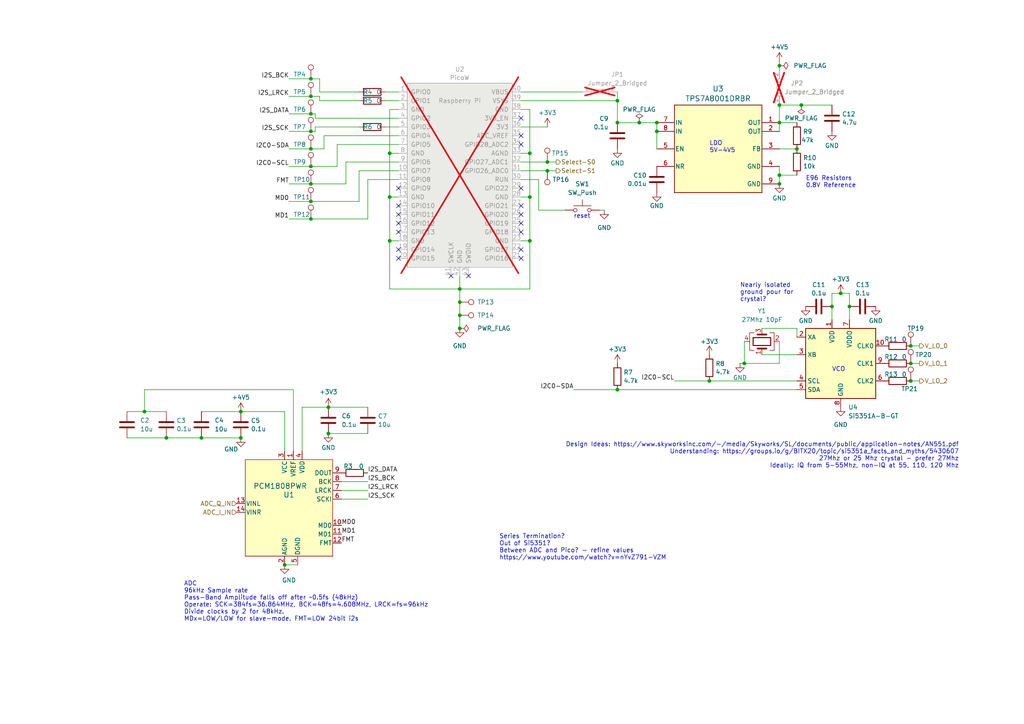
<source format=kicad_sch>
(kicad_sch (version 20230121) (generator eeschema)
  (paper "A4")
  (title_block (title "SDR Controller") (date "2024-02-20") (rev "0.3") (company "Walla Walla University") (comment 1 "Authors: Jaron Brown, Ethan Jansen") (comment 2 "Includes Pico, Si5351 VCO, LDO, and i2s ADC"))
  (lib_symbols
    (symbol "Connector:TestPoint" (pin_numbers hide) (pin_names (offset 0.762) hide)
      (property "Reference" "TP" (at 0 6.858 0))
      (property "Value" "TestPoint" (at 0 5.08 0))
      (symbol "TestPoint_0_1"
        (circle (center 0 3.302) (radius 0.762))
      )
      (symbol "TestPoint_1_1"
        (pin passive line (at 0 0 90) (length 2.54) (name "1") (number "1"))
      )
    )
    (symbol "Custom-Power:+4V5" (power) (pin_names (offset 0))
      (property "Value" "+4V5" (at 0 3.556 0))
      (symbol "+4V5_0_1"
        (polyline (pts (xy -0.762 1.27) (xy 0 2.54)))
        (polyline (pts (xy 0 0) (xy 0 2.54)))
        (polyline (pts (xy 0 2.54) (xy 0.762 1.27)))
      )
      (symbol "+4V5_1_1"
        (pin power_in line (at 0 0 90) (length 0) hide (name "+4V5") (number "1"))
      )
    )
    (symbol "Device:C" (pin_numbers hide) (pin_names (offset 0.254))
      (property "Reference" "C" (at 0.635 2.54 0))
      (property "Value" "C" (at 0.635 -2.54 0))
      (symbol "C_0_1"
        (polyline (pts (xy -2.032 -0.762) (xy 2.032 -0.762)) (stroke (width 0.508)))
        (polyline (pts (xy -2.032 0.762) (xy 2.032 0.762)) (stroke (width 0.508)))
      )
      (symbol "C_1_1"
        (pin passive line (at 0 3.81 270) (length 2.794) (name "~") (number "1"))
        (pin passive line (at 0 -3.81 90) (length 2.794) (name "~") (number "2"))
      )
    )
    (symbol "Device:Crystal_GND24" (pin_names (offset 1.016) hide)
      (property "Reference" "Y" (at 3.175 5.08 0))
      (property "Value" "Crystal_GND24" (at 3.175 3.175 0))
      (symbol "Crystal_GND24_0_1"
        (rectangle (start -1.143 2.54) (end 1.143 -2.54) (stroke (width 0.3048)))
        (polyline (pts (xy -2.54 0) (xy -2.032 0)))
        (polyline (pts (xy -2.032 -1.27) (xy -2.032 1.27)) (stroke (width 0.508)))
        (polyline (pts (xy 0 -3.81) (xy 0 -3.556)))
        (polyline (pts (xy 0 3.556) (xy 0 3.81)))
        (polyline (pts (xy 2.032 -1.27) (xy 2.032 1.27)) (stroke (width 0.508)))
        (polyline (pts (xy 2.032 0) (xy 2.54 0)))
        (polyline (pts (xy -2.54 -2.286) (xy -2.54 -3.556) (xy 2.54 -3.556) (xy 2.54 -2.286)))
        (polyline (pts (xy -2.54 2.286) (xy -2.54 3.556) (xy 2.54 3.556) (xy 2.54 2.286)))
      )
      (symbol "Crystal_GND24_1_1"
        (pin passive line (at -3.81 0 0) (length 1.27) (name "1") (number "1"))
        (pin passive line (at 0 5.08 270) (length 1.27) (name "2") (number "2"))
        (pin passive line (at 3.81 0 180) (length 1.27) (name "3") (number "3"))
        (pin passive line (at 0 -5.08 90) (length 1.27) (name "4") (number "4"))
      )
    )
    (symbol "Device:R" (pin_numbers hide) (pin_names (offset 0))
      (property "Reference" "R" (at 2.032 0 90))
      (property "Value" "R" (at 0 0 90))
      (symbol "R_0_1"
        (rectangle (start -1.016 -2.54) (end 1.016 2.54) (stroke (width 0.254)))
      )
      (symbol "R_1_1"
        (pin passive line (at 0 3.81 270) (length 1.27) (name "~") (number "1"))
        (pin passive line (at 0 -3.81 90) (length 1.27) (name "~") (number "2"))
      )
    )
    (symbol "Jumper:Jumper_2_Bridged" (pin_names (offset 0) hide)
      (property "Reference" "JP" (at 0 1.905 0))
      (property "Value" "Jumper_2_Bridged" (at 0 -2.54 0))
      (symbol "Jumper_2_Bridged_0_0"
        (circle (center -2.032 0) (radius 0.508))
        (circle (center 2.032 0) (radius 0.508))
      )
      (symbol "Jumper_2_Bridged_0_1"
        (arc (start 1.524 0.254) (mid 0 0.762) (end -1.524 0.254))
      )
      (symbol "Jumper_2_Bridged_1_1"
        (pin passive line (at -5.08 0 0) (length 2.54) (name "A") (number "1"))
        (pin passive line (at 5.08 0 180) (length 2.54) (name "B") (number "2"))
      )
    )
    (symbol "Oscillator:Si5351A-B-GT"
      (property "Reference" "U" (at -8.89 11.43 0))
      (property "Value" "Si5351A-B-GT" (at -12.7 -12.7 0))
      (symbol "Si5351A-B-GT_0_1"
        (rectangle (start -10.16 10.16) (end 10.16 -10.16) (stroke (width 0.254)) (fill (type background)))
      )
      (symbol "Si5351A-B-GT_1_1"
        (pin power_in line (at -2.54 12.7 270) (length 2.54) (name "VDD") (number "1"))
        (pin output line (at 12.7 5.08 180) (length 2.54) (name "CLK0") (number "10"))
        (pin input line (at -12.7 7.62 0) (length 2.54) (name "XA") (number "2"))
        (pin input line (at -12.7 2.54 0) (length 2.54) (name "XB") (number "3"))
        (pin input line (at -12.7 -5.08 0) (length 2.54) (name "SCL") (number "4"))
        (pin bidirectional line (at -12.7 -7.62 0) (length 2.54) (name "SDA") (number "5"))
        (pin output line (at 12.7 -5.08 180) (length 2.54) (name "CLK2") (number "6"))
        (pin power_in line (at 2.54 12.7 270) (length 2.54) (name "VDDO") (number "7"))
        (pin power_in line (at 0 -12.7 90) (length 2.54) (name "GND") (number "8"))
        (pin output line (at 12.7 0 180) (length 2.54) (name "CLK1") (number "9"))
      )
    )
    (symbol "RPi_Pico:PicoW" (pin_names (offset 1.016))
      (property "Reference" "U2" (at 0 30.6873 0))
      (property "Value" "PicoW" (at 0 28.2631 0))
      (symbol "PicoW_0_0"
        (text "Raspberry Pi" (at 0 21.59 0) (effects (font (size 1.27 1.27))))
      )
      (symbol "PicoW_0_1"
        (rectangle (start -15.24 26.67) (end 15.24 -26.67) (fill (type background)))
      )
      (symbol "PicoW_1_1"
        (pin bidirectional line (at -17.78 24.13 0) (length 2.54) (name "GPIO0") (number "1"))
        (pin bidirectional line (at -17.78 1.27 0) (length 2.54) (name "GPIO7") (number "10"))
        (pin bidirectional line (at -17.78 -1.27 0) (length 2.54) (name "GPIO8") (number "11"))
        (pin bidirectional line (at -17.78 -3.81 0) (length 2.54) (name "GPIO9") (number "12"))
        (pin power_in line (at -17.78 -6.35 0) (length 2.54) (name "GND") (number "13"))
        (pin bidirectional line (at -17.78 -8.89 0) (length 2.54) (name "GPIO10") (number "14"))
        (pin bidirectional line (at -17.78 -11.43 0) (length 2.54) (name "GPIO11") (number "15"))
        (pin bidirectional line (at -17.78 -13.97 0) (length 2.54) (name "GPIO12") (number "16"))
        (pin bidirectional line (at -17.78 -16.51 0) (length 2.54) (name "GPIO13") (number "17"))
        (pin power_in line (at -17.78 -19.05 0) (length 2.54) (name "GND") (number "18"))
        (pin bidirectional line (at -17.78 -21.59 0) (length 2.54) (name "GPIO14") (number "19"))
        (pin bidirectional line (at -17.78 21.59 0) (length 2.54) (name "GPIO1") (number "2"))
        (pin bidirectional line (at -17.78 -24.13 0) (length 2.54) (name "GPIO15") (number "20"))
        (pin bidirectional line (at 17.78 -24.13 180) (length 2.54) (name "GPIO16") (number "21"))
        (pin bidirectional line (at 17.78 -21.59 180) (length 2.54) (name "GPIO17") (number "22"))
        (pin power_in line (at 17.78 -19.05 180) (length 2.54) (name "GND") (number "23"))
        (pin bidirectional line (at 17.78 -16.51 180) (length 2.54) (name "GPIO18") (number "24"))
        (pin bidirectional line (at 17.78 -13.97 180) (length 2.54) (name "GPIO19") (number "25"))
        (pin bidirectional line (at 17.78 -11.43 180) (length 2.54) (name "GPIO20") (number "26"))
        (pin bidirectional line (at 17.78 -8.89 180) (length 2.54) (name "GPIO21") (number "27"))
        (pin power_in line (at 17.78 -6.35 180) (length 2.54) (name "GND") (number "28"))
        (pin bidirectional line (at 17.78 -3.81 180) (length 2.54) (name "GPIO22") (number "29"))
        (pin power_in line (at -17.78 19.05 0) (length 2.54) (name "GND") (number "3"))
        (pin input line (at 17.78 -1.27 180) (length 2.54) (name "RUN") (number "30"))
        (pin bidirectional line (at 17.78 1.27 180) (length 2.54) (name "GPIO26_ADC0") (number "31"))
        (pin bidirectional line (at 17.78 3.81 180) (length 2.54) (name "GPIO27_ADC1") (number "32"))
        (pin power_in line (at 17.78 6.35 180) (length 2.54) (name "AGND") (number "33"))
        (pin bidirectional line (at 17.78 8.89 180) (length 2.54) (name "GPIO28_ADC2") (number "34"))
        (pin input line (at 17.78 11.43 180) (length 2.54) (name "ADC_VREF") (number "35"))
        (pin power_out line (at 17.78 13.97 180) (length 2.54) (name "3V3") (number "36"))
        (pin input line (at 17.78 16.51 180) (length 2.54) (name "3V3_EN") (number "37"))
        (pin power_in line (at 17.78 19.05 180) (length 2.54) (name "GND") (number "38"))
        (pin power_in line (at 17.78 21.59 180) (length 2.54) (name "VSYS") (number "39"))
        (pin bidirectional line (at -17.78 16.51 0) (length 2.54) (name "GPIO2") (number "4"))
        (pin power_out line (at 17.78 24.13 180) (length 2.54) (name "VBUS") (number "40"))
        (pin input line (at -2.54 -29.21 90) (length 2.54) (name "SWCLK") (number "41"))
        (pin power_in line (at 0 -29.21 90) (length 2.54) (name "GND") (number "42"))
        (pin bidirectional line (at 2.54 -29.21 90) (length 2.54) (name "SWDIO") (number "43"))
        (pin bidirectional line (at -17.78 13.97 0) (length 2.54) (name "GPIO3") (number "5"))
        (pin bidirectional line (at -17.78 11.43 0) (length 2.54) (name "GPIO4") (number "6"))
        (pin bidirectional line (at -17.78 8.89 0) (length 2.54) (name "GPIO5") (number "7"))
        (pin power_in line (at -17.78 6.35 0) (length 2.54) (name "GND") (number "8"))
        (pin bidirectional line (at -17.78 3.81 0) (length 2.54) (name "GPIO6") (number "9"))
      )
    )
    (symbol "Switch:SW_Push" (pin_numbers hide) (pin_names (offset 1.016) hide)
      (property "Reference" "SW" (at 1.27 2.54 0))
      (property "Value" "SW_Push" (at 0 -1.524 0))
      (symbol "SW_Push_0_1"
        (circle (center -2.032 0) (radius 0.508))
        (polyline (pts (xy 0 1.27) (xy 0 3.048)))
        (polyline (pts (xy 2.54 1.27) (xy -2.54 1.27)))
        (circle (center 2.032 0) (radius 0.508))
        (pin passive line (at -5.08 0 0) (length 2.54) (name "1") (number "1"))
        (pin passive line (at 5.08 0 180) (length 2.54) (name "2") (number "2"))
      )
    )
    (symbol "TPS7A8001DRBR:TPS7A8001DRBR" (pin_names (offset 0.254))
      (property "Reference" "U3" (at 17.78 9.8118 0))
      (property "Value" "TPS7A8001DRBR" (at 17.78 6.979 0))
      (symbol "TPS7A8001DRBR_0_1"
        (polyline (pts (xy 5.08 -20.32) (xy 30.48 -20.32)) (stroke (width 0.2032)))
        (polyline (pts (xy 5.08 5.08) (xy 5.08 -20.32)) (stroke (width 0.2032)))
        (polyline (pts (xy 30.48 -20.32) (xy 30.48 5.08)) (stroke (width 0.2032)))
        (polyline (pts (xy 30.48 5.08) (xy 5.08 5.08)) (stroke (width 0.2032)))
        (pin power_in line (at 35.56 0 180) (length 5.08) (name "OUT") (number "1"))
        (pin power_in line (at 35.56 -2.54 180) (length 5.08) (name "OUT") (number "2"))
        (pin power_in line (at 35.56 -12.7 180) (length 5.08) (name "GND") (number "4"))
        (pin input line (at 0 -7.62 0) (length 5.08) (name "EN") (number "5"))
        (pin power_in line (at 0 0 0) (length 5.08) (name "IN") (number "7"))
        (pin power_in line (at 0 -2.54 0) (length 5.08) (name "IN") (number "8"))
        (pin power_in line (at 35.56 -17.78 180) (length 5.08) (name "GND") (number "9"))
      )
      (symbol "TPS7A8001DRBR_1_1"
        (rectangle (start 5.08 5.08) (end 30.48 -20.32) (fill (type background)))
        (pin input line (at 35.56 -7.62 180) (length 5.08) (name "FB") (number "3"))
        (pin passive line (at 0 -12.7 0) (length 5.08) (name "NR") (number "6"))
      )
    )
    (symbol "pcm1808:PCM1808PW" (pin_names (offset 0.254))
      (property "Reference" "U1" (at 20.32 -5.08 0))
      (property "Value" "PCM1808PWR" (at 17.78 -2.54 0))
      (symbol "PCM1808PW_0_1"
        (polyline (pts (xy 7.62 -22.86) (xy 33.02 -22.86)) (stroke (width 0.127)))
        (polyline (pts (xy 7.62 5.08) (xy 7.62 -22.86)) (stroke (width 0.127)))
        (polyline (pts (xy 33.02 -22.86) (xy 33.02 5.08)) (stroke (width 0.127)))
        (polyline (pts (xy 33.02 5.08) (xy 7.62 5.08)) (stroke (width 0.127)))
      )
      (symbol "PCM1808PW_1_1"
        (rectangle (start 7.62 5.08) (end 33.02 -22.86) (fill (type background)))
        (pin input line (at 21.59 7.62 270) (length 2.5) (name "VREF") (number "1"))
        (pin input line (at 35.56 -13.97 180) (length 2.5) (name "MD0") (number "10"))
        (pin input line (at 35.56 -16.51 180) (length 2.5) (name "MD1") (number "11"))
        (pin input line (at 35.56 -19.05 180) (length 2.5) (name "FMT") (number "12"))
        (pin input line (at 5.08 -7.62 0) (length 2.5) (name "VINL") (number "13"))
        (pin input line (at 5.08 -10.16 0) (length 2.5) (name "VINR") (number "14"))
        (pin power_in line (at 19.05 -25.4 90) (length 2.5) (name "AGND") (number "2"))
        (pin power_in line (at 19.05 7.62 270) (length 2.5) (name "VCC") (number "3"))
        (pin power_in line (at 24.13 7.62 270) (length 2.5) (name "VDD") (number "4"))
        (pin power_in line (at 22.86 -25.4 90) (length 2.5) (name "DGND") (number "5"))
        (pin input line (at 35.56 -6.35 180) (length 2.5) (name "SCKI") (number "6"))
        (pin bidirectional line (at 35.56 -3.81 180) (length 2.5) (name "LRCK") (number "7"))
        (pin bidirectional line (at 35.56 -1.27 180) (length 2.5) (name "BCK") (number "8"))
        (pin output line (at 35.56 1.27 180) (length 2.5) (name "DOUT") (number "9"))
      )
    )
    (symbol "power:+3V3" (power) (pin_names (offset 0))
      (property "Value" "+3V3" (at 0 3.556 0))
      (symbol "+3V3_0_1"
        (polyline (pts (xy -0.762 1.27) (xy 0 2.54)))
        (polyline (pts (xy 0 0) (xy 0 2.54)))
        (polyline (pts (xy 0 2.54) (xy 0.762 1.27)))
      )
      (symbol "+3V3_1_1"
        (pin power_in line (at 0 0 90) (length 0) hide (name "+3V3") (number "1"))
      )
    )
    (symbol "power:GND" (power) (pin_names (offset 0))
      (property "Value" "GND" (at 0 -3.81 0))
      (symbol "GND_0_1"
        (polyline (pts (xy 0 0) (xy 0 -1.27) (xy 1.27 -1.27) (xy 0 -2.54) (xy -1.27 -1.27) (xy 0 -1.27)))
      )
      (symbol "GND_1_1"
        (pin power_in line (at 0 0 270) (length 0) hide (name "GND") (number "1"))
      )
    )
    (symbol "power:PWR_FLAG" (power) (pin_numbers hide) (pin_names (offset 0) hide)
      (property "Value" "PWR_FLAG" (at 0 3.81 0))
      (symbol "PWR_FLAG_0_0"
        (pin power_out line (at 0 0 90) (length 0) (name "pwr") (number "1"))
      )
      (symbol "PWR_FLAG_0_1"
        (polyline (pts (xy 0 0) (xy 0 1.27) (xy -1.016 1.905) (xy 0 2.54) (xy 1.016 1.905) (xy 0 1.27)))
      )
    )
  )
  (junction (at 90.17 43.18))
  (junction (at 232.41 30.48))
  (junction (at 153.67 44.45))
  (junction (at 264.16 110.49))
  (junction (at 113.03 57.15))
  (junction (at 90.17 48.26))
  (junction (at 113.03 44.45))
  (junction (at 48.26 127))
  (junction (at 133.35 95.25))
  (junction (at 185.42 35.56))
  (junction (at 133.35 91.44))
  (junction (at 205.74 110.49))
  (junction (at 113.03 69.85))
  (junction (at 82.55 163.83))
  (junction (at 69.85 127))
  (junction (at 158.75 49.53))
  (junction (at 226.06 50.8))
  (junction (at 95.25 125.73))
  (junction (at 90.17 33.02))
  (junction (at 90.17 53.34))
  (junction (at 179.07 113.03))
  (junction (at 243.84 85.09))
  (junction (at 158.75 46.99))
  (junction (at 246.38 88.9))
  (junction (at 179.07 29.21))
  (junction (at 90.17 38.1))
  (junction (at 153.67 57.15))
  (junction (at 226.06 35.56))
  (junction (at 215.9 105.41))
  (junction (at 190.5 38.1))
  (junction (at 190.5 35.56))
  (junction (at 179.07 35.56))
  (junction (at 153.67 69.85))
  (junction (at 241.3 88.9))
  (junction (at 226.06 30.48))
  (junction (at 133.35 83.82))
  (junction (at 226.06 53.34))
  (junction (at 90.17 27.94))
  (junction (at 133.35 87.63))
  (junction (at 41.91 119.38))
  (junction (at 90.17 63.5))
  (junction (at 226.06 19.05))
  (junction (at 231.14 43.18))
  (junction (at 58.42 127))
  (junction (at 90.17 58.42))
  (junction (at 90.17 22.86))
  (junction (at 264.16 100.33))
  (junction (at 69.85 119.38))
  (junction (at 264.16 105.41))
  (junction (at 95.25 118.11))
  (no_connect (at 151.13 39.37))
  (no_connect (at 115.57 74.93))
  (no_connect (at 135.89 80.01))
  (no_connect (at 115.57 67.31))
  (no_connect (at 115.57 54.61))
  (no_connect (at 151.13 41.91))
  (no_connect (at 115.57 62.23))
  (no_connect (at 151.13 67.31))
  (no_connect (at 115.57 59.69))
  (no_connect (at 151.13 62.23))
  (no_connect (at 151.13 59.69))
  (no_connect (at 130.81 80.01))
  (no_connect (at 151.13 74.93))
  (no_connect (at 115.57 72.39))
  (no_connect (at 115.57 64.77))
  (no_connect (at 151.13 34.29))
  (no_connect (at 151.13 72.39))
  (no_connect (at 151.13 54.61))
  (no_connect (at 151.13 64.77))
  (wire (pts (xy 91.44 34.29) (xy 115.57 34.29)))
  (wire (pts (xy 91.44 33.02) (xy 91.44 34.29)))
  (wire (pts (xy 226.06 43.18) (xy 231.14 43.18)))
  (wire (pts (xy 226.06 48.26) (xy 226.06 50.8)))
  (wire (pts (xy 91.44 36.83) (xy 104.14 36.83)))
  (wire (pts (xy 99.06 144.78) (xy 106.68 144.78)))
  (wire (pts (xy 151.13 46.99) (xy 158.75 46.99)))
  (wire (pts (xy 226.06 30.48) (xy 232.41 30.48)))
  (wire (pts (xy 83.82 27.94) (xy 90.17 27.94)))
  (wire (pts (xy 85.09 113.03) (xy 85.09 130.81)))
  (wire (pts (xy 153.67 44.45) (xy 153.67 57.15)))
  (wire (pts (xy 36.83 119.38) (xy 41.91 119.38)))
  (wire (pts (xy 226.06 50.8) (xy 226.06 53.34)))
  (wire (pts (xy 151.13 36.83) (xy 158.75 36.83)))
  (wire (pts (xy 214.63 105.41) (xy 215.9 105.41)))
  (wire (pts (xy 205.74 110.49) (xy 231.14 110.49)))
  (wire (pts (xy 179.07 35.56) (xy 185.42 35.56)))
  (wire (pts (xy 90.17 53.34) (xy 100.33 53.34)))
  (wire (pts (xy 226.06 99.06) (xy 226.06 105.41)))
  (wire (pts (xy 179.07 113.03) (xy 231.14 113.03)))
  (wire (pts (xy 113.03 57.15) (xy 115.57 57.15)))
  (wire (pts (xy 153.67 31.75) (xy 153.67 44.45)))
  (wire (pts (xy 100.33 53.34) (xy 100.33 46.99)))
  (wire (pts (xy 97.79 41.91) (xy 115.57 41.91)))
  (wire (pts (xy 158.75 49.53) (xy 161.29 49.53)))
  (wire (pts (xy 215.9 99.06) (xy 215.9 105.41)))
  (wire (pts (xy 48.26 127) (xy 58.42 127)))
  (wire (pts (xy 99.06 139.7) (xy 106.68 139.7)))
  (wire (pts (xy 83.82 22.86) (xy 90.17 22.86)))
  (wire (pts (xy 106.68 63.5) (xy 106.68 52.07)))
  (wire (pts (xy 179.07 26.67) (xy 179.07 29.21)))
  (wire (pts (xy 220.98 102.87) (xy 231.14 102.87)))
  (wire (pts (xy 133.35 83.82) (xy 133.35 87.63)))
  (wire (pts (xy 113.03 57.15) (xy 113.03 69.85)))
  (wire (pts (xy 151.13 44.45) (xy 153.67 44.45)))
  (wire (pts (xy 151.13 52.07) (xy 156.21 52.07)))
  (wire (pts (xy 82.55 130.81) (xy 82.55 119.38)))
  (wire (pts (xy 100.33 46.99) (xy 115.57 46.99)))
  (wire (pts (xy 151.13 49.53) (xy 158.75 49.53)))
  (wire (pts (xy 90.17 43.18) (xy 93.98 43.18)))
  (wire (pts (xy 231.14 95.25) (xy 231.14 97.79)))
  (wire (pts (xy 104.14 49.53) (xy 115.57 49.53)))
  (wire (pts (xy 151.13 26.67) (xy 168.91 26.67)))
  (wire (pts (xy 111.76 29.21) (xy 115.57 29.21)))
  (wire (pts (xy 113.03 44.45) (xy 115.57 44.45)))
  (wire (pts (xy 232.41 30.48) (xy 241.3 30.48)))
  (wire (pts (xy 91.44 38.1) (xy 91.44 36.83)))
  (wire (pts (xy 41.91 119.38) (xy 48.26 119.38)))
  (wire (pts (xy 151.13 69.85) (xy 153.67 69.85)))
  (wire (pts (xy 90.17 38.1) (xy 91.44 38.1)))
  (wire (pts (xy 264.16 105.41) (xy 266.7 105.41)))
  (wire (pts (xy 106.68 52.07) (xy 115.57 52.07)))
  (wire (pts (xy 151.13 57.15) (xy 153.67 57.15)))
  (wire (pts (xy 87.63 118.11) (xy 87.63 130.81)))
  (wire (pts (xy 190.5 38.1) (xy 190.5 43.18)))
  (wire (pts (xy 104.14 58.42) (xy 104.14 49.53)))
  (wire (pts (xy 83.82 53.34) (xy 90.17 53.34)))
  (wire (pts (xy 226.06 35.56) (xy 226.06 38.1)))
  (wire (pts (xy 220.98 95.25) (xy 231.14 95.25)))
  (wire (pts (xy 153.67 69.85) (xy 153.67 83.82)))
  (wire (pts (xy 90.17 33.02) (xy 91.44 33.02)))
  (wire (pts (xy 156.21 60.96) (xy 163.83 60.96)))
  (wire (pts (xy 92.71 22.86) (xy 92.71 26.67)))
  (wire (pts (xy 83.82 38.1) (xy 90.17 38.1)))
  (wire (pts (xy 113.03 69.85) (xy 115.57 69.85)))
  (wire (pts (xy 87.63 118.11) (xy 95.25 118.11)))
  (wire (pts (xy 226.06 35.56) (xy 231.14 35.56)))
  (wire (pts (xy 113.03 83.82) (xy 133.35 83.82)))
  (wire (pts (xy 215.9 105.41) (xy 226.06 105.41)))
  (wire (pts (xy 41.91 113.03) (xy 41.91 119.38)))
  (wire (pts (xy 90.17 58.42) (xy 104.14 58.42)))
  (wire (pts (xy 226.06 50.8) (xy 231.14 50.8)))
  (wire (pts (xy 111.76 36.83) (xy 115.57 36.83)))
  (wire (pts (xy 241.3 88.9) (xy 241.3 85.09)))
  (wire (pts (xy 58.42 127) (xy 69.85 127)))
  (wire (pts (xy 264.16 100.33) (xy 266.7 100.33)))
  (wire (pts (xy 195.58 110.49) (xy 205.74 110.49)))
  (wire (pts (xy 246.38 88.9) (xy 246.38 85.09)))
  (wire (pts (xy 153.67 57.15) (xy 153.67 69.85)))
  (wire (pts (xy 83.82 43.18) (xy 90.17 43.18)))
  (wire (pts (xy 241.3 92.71) (xy 241.3 88.9)))
  (wire (pts (xy 246.38 92.71) (xy 246.38 88.9)))
  (wire (pts (xy 93.98 43.18) (xy 93.98 39.37)))
  (wire (pts (xy 36.83 127) (xy 48.26 127)))
  (wire (pts (xy 179.07 29.21) (xy 179.07 35.56)))
  (wire (pts (xy 226.06 19.05) (xy 226.06 20.32)))
  (wire (pts (xy 92.71 29.21) (xy 104.14 29.21)))
  (wire (pts (xy 243.84 85.09) (xy 246.38 85.09)))
  (wire (pts (xy 190.5 35.56) (xy 190.5 38.1)))
  (wire (pts (xy 158.75 46.99) (xy 161.29 46.99)))
  (wire (pts (xy 95.25 118.11) (xy 106.68 118.11)))
  (wire (pts (xy 41.91 113.03) (xy 85.09 113.03)))
  (wire (pts (xy 93.98 39.37) (xy 115.57 39.37)))
  (wire (pts (xy 133.35 91.44) (xy 133.35 95.25)))
  (wire (pts (xy 83.82 48.26) (xy 90.17 48.26)))
  (wire (pts (xy 83.82 33.02) (xy 90.17 33.02)))
  (wire (pts (xy 90.17 22.86) (xy 92.71 22.86)))
  (wire (pts (xy 92.71 27.94) (xy 92.71 29.21)))
  (wire (pts (xy 90.17 27.94) (xy 92.71 27.94)))
  (wire (pts (xy 99.06 142.24) (xy 106.68 142.24)))
  (wire (pts (xy 185.42 35.56) (xy 190.5 35.56)))
  (wire (pts (xy 175.26 60.96) (xy 173.99 60.96)))
  (wire (pts (xy 264.16 110.49) (xy 266.7 110.49)))
  (wire (pts (xy 226.06 17.78) (xy 226.06 19.05)))
  (wire (pts (xy 151.13 31.75) (xy 153.67 31.75)))
  (wire (pts (xy 83.82 63.5) (xy 90.17 63.5)))
  (wire (pts (xy 111.76 26.67) (xy 115.57 26.67)))
  (wire (pts (xy 82.55 119.38) (xy 69.85 119.38)))
  (wire (pts (xy 95.25 125.73) (xy 106.68 125.73)))
  (wire (pts (xy 133.35 87.63) (xy 133.35 91.44)))
  (wire (pts (xy 90.17 63.5) (xy 106.68 63.5)))
  (wire (pts (xy 113.03 44.45) (xy 113.03 57.15)))
  (wire (pts (xy 90.17 48.26) (xy 97.79 48.26)))
  (wire (pts (xy 113.03 31.75) (xy 113.03 44.45)))
  (wire (pts (xy 153.67 83.82) (xy 133.35 83.82)))
  (wire (pts (xy 241.3 85.09) (xy 243.84 85.09)))
  (wire (pts (xy 58.42 119.38) (xy 69.85 119.38)))
  (wire (pts (xy 82.55 163.83) (xy 86.36 163.83)))
  (wire (pts (xy 226.06 30.48) (xy 226.06 35.56)))
  (wire (pts (xy 92.71 26.67) (xy 104.14 26.67)))
  (wire (pts (xy 113.03 69.85) (xy 113.03 83.82)))
  (wire (pts (xy 115.57 31.75) (xy 113.03 31.75)))
  (wire (pts (xy 97.79 48.26) (xy 97.79 41.91)))
  (wire (pts (xy 156.21 52.07) (xy 156.21 60.96)))
  (wire (pts (xy 133.35 80.01) (xy 133.35 83.82)))
  (wire (pts (xy 151.13 29.21) (xy 179.07 29.21)))
  (wire (pts (xy 83.82 58.42) (xy 90.17 58.42)))
  (wire (pts (xy 166.37 113.03) (xy 179.07 113.03)))
  (text "Nearly isolated\nground pour for\ncrystal?" (at 214.63 87.63 0) (effects (font (size 1.27 1.27)) (justify left bottom)))
  (text "LDO\n5V-4V5" (at 205.74 44.45 0) (effects (font (size 1.27 1.27)) (justify left bottom)))
  (text "Series Termination?\nOut of Si5351?\nBetween ADC and Pico? - refine values\nhttps://www.youtube.com/watch?v=nYvZ791-VZM" (at 144.78 162.56 0) (effects (font (size 1.27 1.27)) (justify left bottom)))
  (text "Design Ideas: https://www.skyworksinc.com/-/media/Skyworks/SL/documents/public/application-notes/AN551.pdf\nUnderstanding: https://groups.io/g/BITX20/topic/si5351a_facts_and_myths/5430607\n27Mhz or 25 Mhz crystal - prefer 27Mhz\nIdeally: IQ from 5-55Mhz, non-IQ at 55, 110, 120 Mhz" (at 278.13 135.89 0) (effects (font (size 1.27 1.27)) (justify right bottom)))
  (text "reset" (at 166.37 63.5 0) (effects (font (size 1.27 1.27)) (justify left bottom)))
  (text "ADC\n96kHz Sample rate\nPass-Band Amplitude falls off after ~0.5fs (48kHz)\nOperate: SCK=384fs=36.864MHz, BCK=48fs=4.608MHz, LRCK=fs=96kHz\nDivide clocks by 2 for 48kHz.\nMDx=LOW/LOW for slave-mode. FMT=LOW 24bit i2s" (at 53.34 180.34 0) (effects (font (size 1.27 1.27)) (justify left bottom)))
  (text "VCO\n" (at 241.3 107.95 0) (effects (font (size 1.27 1.27)) (justify left bottom)))
  (text "E96 Resistors\n0.8V Reference" (at 233.68 54.61 0) (effects (font (size 1.27 1.27)) (justify left bottom)))
  (label "I2S_SCK" (at 106.68 144.78 0))
  (label "I2S_BCK" (at 106.68 139.7 0))
  (label "I2S_BCK" (at 83.82 22.86 180))
  (label "FMT" (at 83.82 53.34 180))
  (label "I2S_DATA" (at 106.68 137.16 0))
  (label "I2S_LRCK" (at 83.82 27.94 180))
  (label "I2S_SCK" (at 83.82 38.1 180))
  (label "I2C0-SCL" (at 83.82 48.26 180))
  (label "MD0" (at 99.06 152.4 0))
  (label "I2S_LRCK" (at 106.68 142.24 0))
  (label "I2C0-SDA" (at 83.82 43.18 180))
  (label "MD1" (at 83.82 63.5 180))
  (label "MD0" (at 83.82 58.42 180))
  (label "I2S_DATA" (at 83.82 33.02 180))
  (label "I2C0-SDA" (at 166.37 113.03 180))
  (label "MD1" (at 99.06 154.94 0))
  (label "FMT" (at 99.06 157.48 0))
  (label "I2C0-SCL" (at 195.58 110.49 180))
  (hierarchical_label "Select-S1" (shape output) (at 161.29 49.53 0))
  (hierarchical_label "ADC_I_IN" (shape input) (at 68.58 148.59 180))
  (hierarchical_label "V_LO_1" (shape output) (at 266.7 105.41 0))
  (hierarchical_label "V_LO_2" (shape output) (at 266.7 110.49 0))
  (hierarchical_label "ADC_Q_IN" (shape input) (at 68.58 146.05 180))
  (hierarchical_label "V_LO_0" (shape output) (at 266.7 100.33 0))
  (hierarchical_label "Select-S0" (shape output) (at 161.29 46.99 0))
  (symbol (lib_id "Device:C") (at 36.83 123.19 0) (unit 1)
    (property "Reference" "C2" (at 40.64 121.92 0) (effects (justify left)))
    (property "Value" "10u" (at 40.64 124.46 0) (effects (justify left)))
    (property "Footprint" "Capacitor_SMD:C_0805_2012Metric" (effects hide))
    (property "Comment" "10%, Ideally Electrolytic for ADC, but JLCPCB doesn't have" (effects hide))
    (property "LCSC" "C15850" (effects hide))
  )
  (symbol (lib_id "Connector:TestPoint") (at 133.35 91.44 270) (unit 1)
    (property "Reference" "TP14" (at 138.43 91.44 90) (effects (justify left)))
    (property "Value" "TestPoint" (effects hide))
    (property "Footprint" "TestPoint:TestPoint_THTPad_D1.0mm_Drill0.5mm" (effects hide))
  )
  (symbol (lib_id "Connector:TestPoint") (at 90.17 43.18 0) (unit 1)
    (property "Reference" "TP8" (at 85.09 41.91 0) (effects (justify left)))
    (property "Value" "TestPoint" (effects hide))
    (property "Footprint" "TestPoint:TestPoint_THTPad_D1.0mm_Drill0.5mm" (effects hide))
  )
  (symbol (lib_id "power:+3V3") (at 179.07 105.41 0) (unit 1)
    (property "Reference" "#PWR014" (effects hide))
    (property "Value" "+3V3" (at 179.07 101.2769 0))
  )
  (symbol (lib_id "Connector:TestPoint") (at 133.35 87.63 270) (unit 1)
    (property "Reference" "TP13" (at 138.43 87.63 90) (effects (justify left)))
    (property "Value" "TestPoint" (effects hide))
    (property "Footprint" "TestPoint:TestPoint_THTPad_D1.0mm_Drill0.5mm" (effects hide))
  )
  (symbol (lib_id "power:PWR_FLAG") (at 185.42 35.56 0) (unit 1)
    (property "Reference" "#FLG03" (effects hide))
    (property "Value" "PWR_FLAG" (at 185.42 31.75 0))
  )
  (symbol (lib_id "Device:C") (at 241.3 34.29 0) (unit 1)
    (property "Reference" "C12" (at 244.221 33.0779 0) (effects (justify left)))
    (property "Value" "4.7u" (at 244.221 35.5021 0) (effects (justify left)))
    (property "Footprint" "Capacitor_SMD:C_0603_1608Metric" (effects hide))
    (property "Comment" "10%" (effects hide))
    (property "LCSC" "C19666" (effects hide))
  )
  (symbol (lib_id "power:GND") (at 241.3 38.1 0) (unit 1)
    (property "Reference" "#PWR021" (effects hide))
    (property "Value" "GND" (at 241.3 42.2331 0))
  )
  (symbol (lib_id "Connector:TestPoint") (at 90.17 63.5 0) (unit 1)
    (property "Reference" "TP12" (at 85.09 62.23 0) (effects (justify left)))
    (property "Value" "TestPoint" (effects hide))
    (property "Footprint" "TestPoint:TestPoint_THTPad_D1.0mm_Drill0.5mm" (effects hide))
  )
  (symbol (lib_id "pcm1808:PCM1808PW") (at 63.5 138.43 0) (unit 1)
    (property "Reference" "U1" (at 83.82 143.51 0) (effects (font (size 1.524 1.524))))
    (property "Value" "PCM1808PWR" (at 81.28 140.97 0) (effects (font (size 1.524 1.524))))
    (property "Footprint" "PCM1808:PW14" (effects hide))
    (property "Datasheet" "https://www.ti.com/lit/ds/symlink/pcm1808.pdf" (effects hide))
    (property "LCSC" "C55513" (effects hide))
  )
  (symbol (lib_id "Connector:TestPoint") (at 264.16 100.33 0) (unit 1)
    (property "Reference" "TP19" (at 263.144 95.25 0) (effects (justify left)))
    (property "Value" "TestPoint" (effects hide))
    (property "Footprint" "TestPoint:TestPoint_THTPad_D1.0mm_Drill0.5mm" (effects hide))
  )
  (symbol (lib_id "power:PWR_FLAG") (at 226.06 19.05 270) (unit 1)
    (property "Reference" "#FLG04" (effects hide))
    (property "Value" "PWR_FLAG" (at 234.95 19.05 90))
  )
  (symbol (lib_id "Device:R") (at 107.95 36.83 270) (mirror x) (unit 1)
    (property "Reference" "R6" (at 106.68 36.83 90))
    (property "Value" "0" (at 109.855 36.83 90))
    (property "Footprint" "Resistor_SMD:R_0805_2012Metric" (effects hide))
    (property "LCSC" "C17477" (effects hide))
  )
  (symbol (lib_id "power:GND") (at 95.25 125.73 0) (unit 1)
    (property "Reference" "#PWR09" (effects hide))
    (property "Value" "GND" (at 95.25 129.8631 0))
  )
  (symbol (lib_id "power:GND") (at 133.35 95.25 0) (unit 1)
    (property "Reference" "#PWR010" (effects hide))
    (property "Value" "GND" (at 133.35 100.33 0))
  )
  (symbol (lib_id "power:PWR_FLAG") (at 133.35 95.25 270) (unit 1)
    (property "Reference" "#FLG02" (effects hide))
    (property "Value" "PWR_FLAG" (at 138.43 95.25 90) (effects (justify left)))
  )
  (symbol (lib_id "Device:C") (at 190.5 52.07 0) (mirror y) (unit 1)
    (property "Reference" "C10" (at 187.579 50.8579 0) (effects (justify left)))
    (property "Value" "0.01u" (at 187.579 53.2821 0) (effects (justify left)))
    (property "Footprint" "Capacitor_SMD:C_0603_1608Metric" (effects hide))
    (property "Comment" "10%" (effects hide))
    (property "LCSC" "C57112" (effects hide))
  )
  (symbol (lib_id "Device:R") (at 179.07 109.22 0) (unit 1)
    (property "Reference" "R7" (at 180.848 108.0079 0) (effects (justify left)))
    (property "Value" "4.7k" (at 180.848 110.4321 0) (effects (justify left)))
    (property "Footprint" "Resistor_SMD:R_0805_2012Metric" (effects hide))
    (property "LCSC" "C17673" (effects hide))
  )
  (symbol (lib_id "Custom-Power:+4V5") (at 69.85 119.38 0) (unit 1)
    (property "Reference" "#PWR05" (effects hide))
    (property "Value" "+4V5" (at 69.85 115.2469 0))
  )
  (symbol (lib_id "Connector:TestPoint") (at 90.17 48.26 0) (unit 1)
    (property "Reference" "TP9" (at 85.09 46.99 0) (effects (justify left)))
    (property "Value" "TestPoint" (effects hide))
    (property "Footprint" "TestPoint:TestPoint_THTPad_D1.0mm_Drill0.5mm" (effects hide))
  )
  (symbol (lib_id "Connector:TestPoint") (at 158.75 46.99 0) (unit 1)
    (property "Reference" "TP15" (at 160.02 44.45 0) (effects (justify left)))
    (property "Value" "TestPoint" (effects hide))
    (property "Footprint" "TestPoint:TestPoint_THTPad_D1.0mm_Drill0.5mm" (effects hide))
  )
  (symbol (lib_id "Device:C") (at 237.49 88.9 90) (unit 1)
    (property "Reference" "C11" (at 237.49 82.5967 90))
    (property "Value" "0.1u" (at 237.49 85.0209 90))
    (property "Footprint" "Capacitor_SMD:C_0805_2012Metric" (effects hide))
    (property "Comment" "10%" (effects hide))
    (property "LCSC" "C49678" (effects hide))
  )
  (symbol (lib_id "Device:R") (at 260.35 110.49 270) (mirror x) (unit 1)
    (property "Reference" "R13" (at 258.445 108.585 90))
    (property "Value" "0" (at 262.255 108.585 90))
    (property "Footprint" "Resistor_SMD:R_0805_2012Metric" (effects hide))
    (property "LCSC" "C17477" (effects hide))
  )
  (symbol (lib_id "Device:R") (at 107.95 29.21 270) (mirror x) (unit 1)
    (property "Reference" "R5" (at 106.68 29.21 90))
    (property "Value" "0" (at 109.855 29.21 90))
    (property "Footprint" "Resistor_SMD:R_0805_2012Metric" (effects hide))
    (property "LCSC" "C17477" (effects hide))
  )
  (symbol (lib_id "Connector:TestPoint") (at 90.17 58.42 0) (unit 1)
    (property "Reference" "TP11" (at 85.09 57.15 0) (effects (justify left)))
    (property "Value" "TestPoint" (effects hide))
    (property "Footprint" "TestPoint:TestPoint_THTPad_D1.0mm_Drill0.5mm" (effects hide))
  )
  (symbol (lib_id "Connector:TestPoint") (at 90.17 53.34 0) (unit 1)
    (property "Reference" "TP10" (at 85.09 52.07 0) (effects (justify left)))
    (property "Value" "TestPoint" (effects hide))
    (property "Footprint" "TestPoint:TestPoint_THTPad_D1.0mm_Drill0.5mm" (effects hide))
  )
  (symbol (lib_id "power:+3V3") (at 205.74 102.87 0) (unit 1)
    (property "Reference" "#PWR016" (effects hide))
    (property "Value" "+3V3" (at 205.74 99.06 0))
  )
  (symbol (lib_id "power:GND") (at 190.5 55.88 0) (unit 1)
    (property "Reference" "#PWR015" (effects hide))
    (property "Value" "GND" (at 190.5 59.69 0))
  )
  (symbol (lib_id "Device:R") (at 231.14 46.99 0) (unit 1)
    (property "Reference" "R10" (at 232.918 45.7779 0) (effects (justify left)))
    (property "Value" "10k" (at 232.918 48.2021 0) (effects (justify left)))
    (property "Footprint" "Resistor_SMD:R_0805_2012Metric" (effects hide))
    (property "LCSC" "C17414" (effects hide))
  )
  (symbol (lib_id "Device:R") (at 231.14 39.37 0) (unit 1)
    (property "Reference" "R9" (at 232.918 38.1579 0) (effects (justify left)))
    (property "Value" "47k" (at 232.41 40.64 0) (effects (justify left)))
    (property "Footprint" "Resistor_SMD:R_0805_2012Metric" (effects hide))
    (property "LCSC" "C17713" (effects hide))
  )
  (symbol (lib_id "Connector:TestPoint") (at 90.17 38.1 0) (unit 1)
    (property "Reference" "TP7" (at 85.09 36.83 0) (effects (justify left)))
    (property "Value" "TestPoint" (effects hide))
    (property "Footprint" "TestPoint:TestPoint_THTPad_D1.0mm_Drill0.5mm" (effects hide))
  )
  (symbol (lib_id "Connector:TestPoint") (at 90.17 33.02 0) (unit 1)
    (property "Reference" "TP6" (at 85.09 31.75 0) (effects (justify left)))
    (property "Value" "TestPoint" (effects hide))
    (property "Footprint" "TestPoint:TestPoint_THTPad_D1.0mm_Drill0.5mm" (effects hide))
  )
  (symbol (lib_id "power:+3V3") (at 95.25 118.11 0) (unit 1)
    (property "Reference" "#PWR08" (effects hide))
    (property "Value" "+3V3" (at 95.25 113.665 0))
  )
  (symbol (lib_id "power:GND") (at 214.63 105.41 0) (unit 1)
    (property "Reference" "#PWR017" (effects hide))
    (property "Value" "GND" (at 214.63 109.5431 0))
  )
  (symbol (lib_id "power:GND") (at 233.68 88.9 0) (unit 1)
    (property "Reference" "#PWR020" (effects hide))
    (property "Value" "GND" (at 233.68 93.0331 0))
  )
  (symbol (lib_id "Switch:SW_Push") (at 168.91 60.96 0) (unit 1)
    (property "Reference" "SW1" (at 168.91 53.34 0))
    (property "Value" "SW_Push" (at 168.91 55.88 0))
    (property "Footprint" "Button_Switch_SMD:SW_Push_1P1T_XKB_TS-1187A" (effects hide))
    (property "Datasheet" "https://jlcpcb.com/partdetail/XkbConnectivity-TS_1187A_B_AB/C318884" (effects hide))
    (property "LCSC" "C318884" (effects hide))
  )
  (symbol (lib_id "power:GND") (at 82.55 163.83 0) (unit 1)
    (property "Reference" "#PWR07" (effects hide))
    (property "Value" "GND" (at 83.82 168.275 0))
  )
  (symbol (lib_id "power:GND") (at 243.84 118.11 0) (unit 1)
    (property "Reference" "#PWR023" (effects hide))
    (property "Value" "GND" (at 243.84 123.19 0))
  )
  (symbol (lib_id "Device:R") (at 205.74 106.68 0) (unit 1)
    (property "Reference" "R8" (at 207.518 105.4679 0) (effects (justify left)))
    (property "Value" "4.7k" (at 207.518 107.8921 0) (effects (justify left)))
    (property "Footprint" "Resistor_SMD:R_0805_2012Metric" (effects hide))
    (property "LCSC" "C17673" (effects hide))
  )
  (symbol (lib_id "power:PWR_FLAG") (at 232.41 30.48 180) (unit 1)
    (property "Reference" "#FLG05" (effects hide))
    (property "Value" "PWR_FLAG" (at 232.41 34.29 0))
  )
  (symbol (lib_id "Device:Crystal_GND24") (at 220.98 99.06 270) (mirror x) (unit 1)
    (property "Reference" "Y1" (at 220.98 90.17 90))
    (property "Value" "27Mhz 10pF" (at 220.98 92.71 90))
    (property "Footprint" "Crystal:Crystal_SMD_3225-4Pin_3.2x2.5mm" (effects hide))
    (property "Datasheet" "https://image.seapx.com/mall/yangxin/3/20231030/YSX321SL-687795.pdf" (effects hide))
    (property "LCSC" "C5210645" (effects hide))
  )
  (symbol (lib_id "RPi_Pico:PicoW") (at 133.35 50.8 0) (unit 1) (dnp yes)
    (property "Reference" "U2" (at 133.35 20.1127 0))
    (property "Value" "PicoW" (at 133.35 22.5369 0))
    (property "Footprint" "RPi_Pico:RPi_PicoW_SMD_TH" (effects hide))
    (property "Comment" "Already have" (effects hide))
  )
  (symbol (lib_id "power:GND") (at 69.85 127 0) (unit 1)
    (property "Reference" "#PWR06" (effects hide))
    (property "Value" "GND" (at 67.056 130.302 0))
  )
  (symbol (lib_id "power:GND") (at 254 88.9 0) (unit 1)
    (property "Reference" "#PWR024" (effects hide))
    (property "Value" "GND" (at 254 93.0331 0))
  )
  (symbol (lib_id "Device:C") (at 69.85 123.19 0) (unit 1)
    (property "Reference" "C5" (at 72.771 121.9779 0) (effects (justify left)))
    (property "Value" "0.1u" (at 72.771 124.4021 0) (effects (justify left)))
    (property "Footprint" "Capacitor_SMD:C_0805_2012Metric" (effects hide))
    (property "Comment" "10%" (effects hide))
    (property "LCSC" "C49678" (effects hide))
  )
  (symbol (lib_id "Jumper:Jumper_2_Bridged") (at 226.06 25.4 90) (unit 1) (dnp yes)
    (property "Reference" "JP2" (at 231.14 24.13 90))
    (property "Value" "Jumper_2_Bridged" (at 236.22 26.67 90))
    (property "Footprint" "Connector_PinHeader_2.54mm:PinHeader_1x02_P2.54mm_Vertical" (effects hide))
  )
  (symbol (lib_id "TPS7A8001DRBR:TPS7A8001DRBR") (at 190.5 35.56 0) (unit 1)
    (property "Reference" "U3" (at 208.28 25.7482 0) (effects (font (size 1.524 1.524))))
    (property "Value" "TPS7A8001DRBR" (at 208.28 28.581 0) (effects (font (size 1.524 1.524))))
    (property "Footprint" "TPS7A8001DRBR:DRB0008A-MFG" (effects hide))
    (property "Datasheet" "https://www.ti.com/lit/ds/symlink/tps7a80.pdf?ts=1706457617457" (effects hide))
    (property "LCSC" "C105265" (effects hide))
  )
  (symbol (lib_id "power:GND") (at 226.06 53.34 0) (unit 1)
    (property "Reference" "#PWR019" (effects hide))
    (property "Value" "GND" (at 226.06 57.4731 0))
  )
  (symbol (lib_id "Device:C") (at 48.26 123.19 0) (unit 1)
    (property "Reference" "C3" (at 51.181 121.9779 0) (effects (justify left)))
    (property "Value" "0.1u" (at 51.181 124.4021 0) (effects (justify left)))
    (property "Footprint" "Capacitor_SMD:C_0805_2012Metric" (effects hide))
    (property "Comment" "10%" (effects hide))
    (property "LCSC" "C49678" (effects hide))
  )
  (symbol (lib_id "Device:C") (at 95.25 121.92 0) (unit 1)
    (property "Reference" "C6" (at 99.06 120.65 0) (effects (justify left)))
    (property "Value" "0.1u" (at 99.06 123.19 0) (effects (justify left)))
    (property "Footprint" "Capacitor_SMD:C_0805_2012Metric" (effects hide))
    (property "Comment" "10%" (effects hide))
    (property "LCSC" "C49678" (effects hide))
  )
  (symbol (lib_id "Custom-Power:+4V5") (at 226.06 17.78 0) (unit 1)
    (property "Reference" "#PWR018" (effects hide))
    (property "Value" "+4V5" (at 226.06 13.6469 0))
  )
  (symbol (lib_id "Connector:TestPoint") (at 90.17 22.86 0) (unit 1)
    (property "Reference" "TP4" (at 85.09 21.59 0) (effects (justify left)))
    (property "Value" "TestPoint" (effects hide))
    (property "Footprint" "TestPoint:TestPoint_THTPad_D1.0mm_Drill0.5mm" (effects hide))
  )
  (symbol (lib_id "Oscillator:Si5351A-B-GT") (at 243.84 105.41 0) (unit 1)
    (property "Reference" "U4" (at 246.0341 118.11 0) (effects (justify left)))
    (property "Value" "Si5351A-B-GT" (at 246.0341 120.65 0) (effects (justify left)))
    (property "Footprint" "Package_SO:MSOP-10_3x3mm_P0.5mm" (effects hide))
    (property "Datasheet" "https://www.silabs.com/documents/public/data-sheets/Si5351-B.pdf" (effects hide))
    (property "LCSC" "C5451727" (effects hide))
    (property "i2c Address" "0x60" (effects hide))
  )
  (symbol (lib_id "Connector:TestPoint") (at 90.17 27.94 0) (unit 1)
    (property "Reference" "TP5" (at 85.09 26.67 0) (effects (justify left)))
    (property "Value" "TestPoint" (effects hide))
    (property "Footprint" "TestPoint:TestPoint_THTPad_D1.0mm_Drill0.5mm" (effects hide))
  )
  (symbol (lib_id "Device:C") (at 58.42 123.19 0) (unit 1)
    (property "Reference" "C4" (at 62.23 121.92 0) (effects (justify left)))
    (property "Value" "10u" (at 62.23 124.46 0) (effects (justify left)))
    (property "Footprint" "Capacitor_SMD:C_0805_2012Metric" (effects hide))
    (property "Comment" "10%, Ideally Electrolytic for ADC, but JLCPCB doesn't have" (effects hide))
    (property "LCSC" "C15850" (effects hide))
  )
  (symbol (lib_id "Device:C") (at 106.68 121.92 0) (unit 1)
    (property "Reference" "C7" (at 109.601 120.7079 0) (effects (justify left)))
    (property "Value" "10u" (at 109.601 123.1321 0) (effects (justify left)))
    (property "Footprint" "Capacitor_SMD:C_0805_2012Metric" (effects hide))
    (property "Comment" "10%, Ideally Electrolytic for ADC, but JLCPCB doesn't have" (effects hide))
    (property "LCSC" "C15850" (effects hide))
  )
  (symbol (lib_id "Jumper:Jumper_2_Bridged") (at 173.99 26.67 0) (unit 1) (dnp yes)
    (property "Reference" "JP1" (at 179.07 21.59 0))
    (property "Value" "Jumper_2_Bridged" (at 179.07 24.13 0))
    (property "Footprint" "Connector_PinHeader_2.54mm:PinHeader_1x02_P2.54mm_Vertical" (effects hide))
  )
  (symbol (lib_id "Device:R") (at 107.95 26.67 270) (mirror x) (unit 1)
    (property "Reference" "R4" (at 106.68 26.67 90))
    (property "Value" "0" (at 109.855 26.67 90))
    (property "Footprint" "Resistor_SMD:R_0805_2012Metric" (effects hide))
    (property "LCSC" "C17477" (effects hide))
  )
  (symbol (lib_id "Device:R") (at 260.35 105.41 270) (mirror x) (unit 1)
    (property "Reference" "R12" (at 258.445 103.505 90))
    (property "Value" "0" (at 262.255 103.505 90))
    (property "Footprint" "Resistor_SMD:R_0805_2012Metric" (effects hide))
    (property "LCSC" "C17477" (effects hide))
  )
  (symbol (lib_id "Device:C") (at 179.07 39.37 0) (unit 1)
    (property "Reference" "C9" (at 176.53 34.4058 0) (effects (justify right)))
    (property "Value" "0.1u" (at 176.53 36.83 0) (effects (justify right)))
    (property "Footprint" "Capacitor_SMD:C_0805_2012Metric" (effects hide))
    (property "Comment" "10%" (effects hide))
    (property "LCSC" "C49678" (effects hide))
  )
  (symbol (lib_id "power:GND") (at 179.07 43.18 0) (unit 1)
    (property "Reference" "#PWR013" (effects hide))
    (property "Value" "GND" (at 179.07 47.3131 0))
  )
  (symbol (lib_id "power:+3V3") (at 158.75 36.83 0) (unit 1)
    (property "Reference" "#PWR011" (effects hide))
    (property "Value" "+3V3" (at 158.75 32.6969 0))
  )
  (symbol (lib_id "Connector:TestPoint") (at 158.75 49.53 180) (unit 1)
    (property "Reference" "TP16" (at 165.1 52.07 0) (effects (justify left)))
    (property "Value" "TestPoint" (effects hide))
    (property "Footprint" "TestPoint:TestPoint_THTPad_D1.0mm_Drill0.5mm" (effects hide))
  )
  (symbol (lib_id "Device:R") (at 102.87 137.16 90) (unit 1)
    (property "Reference" "R3" (at 100.965 135.255 90))
    (property "Value" "0" (at 104.775 135.255 90))
    (property "Footprint" "Resistor_SMD:R_0805_2012Metric" (effects hide))
    (property "LCSC" "C17477" (effects hide))
  )
  (symbol (lib_id "power:GND") (at 175.26 60.96 0) (unit 1)
    (property "Reference" "#PWR012" (effects hide))
    (property "Value" "GND" (at 175.26 66.04 0))
  )
  (symbol (lib_id "power:+3V3") (at 243.84 85.09 0) (unit 1)
    (property "Reference" "#PWR022" (effects hide))
    (property "Value" "+3V3" (at 243.84 80.9569 0))
  )
  (symbol (lib_id "Connector:TestPoint") (at 264.16 105.41 0) (unit 1)
    (property "Reference" "TP20" (at 265.43 102.87 0) (effects (justify left)))
    (property "Value" "TestPoint" (effects hide))
    (property "Footprint" "TestPoint:TestPoint_THTPad_D1.0mm_Drill0.5mm" (effects hide))
  )
  (symbol (lib_id "Connector:TestPoint") (at 264.16 110.49 0) (unit 1)
    (property "Reference" "TP21" (at 261.366 112.776 0) (effects (justify left)))
    (property "Value" "TestPoint" (effects hide))
    (property "Footprint" "TestPoint:TestPoint_THTPad_D1.0mm_Drill0.5mm" (effects hide))
  )
  (symbol (lib_id "Device:R") (at 260.35 100.33 270) (mirror x) (unit 1)
    (property "Reference" "R11" (at 258.445 98.425 90))
    (property "Value" "0" (at 262.255 98.425 90))
    (property "Footprint" "Resistor_SMD:R_0805_2012Metric" (effects hide))
    (property "LCSC" "C17477" (effects hide))
  )
  (symbol (lib_id "Device:C") (at 250.19 88.9 90) (unit 1)
    (property "Reference" "C13" (at 250.19 82.5967 90))
    (property "Value" "0.1u" (at 250.19 85.0209 90))
    (property "Footprint" "Capacitor_SMD:C_0805_2012Metric" (effects hide))
    (property "Comment" "10%" (effects hide))
    (property "LCSC" "C49678" (effects hide))
  )
)
</source>
